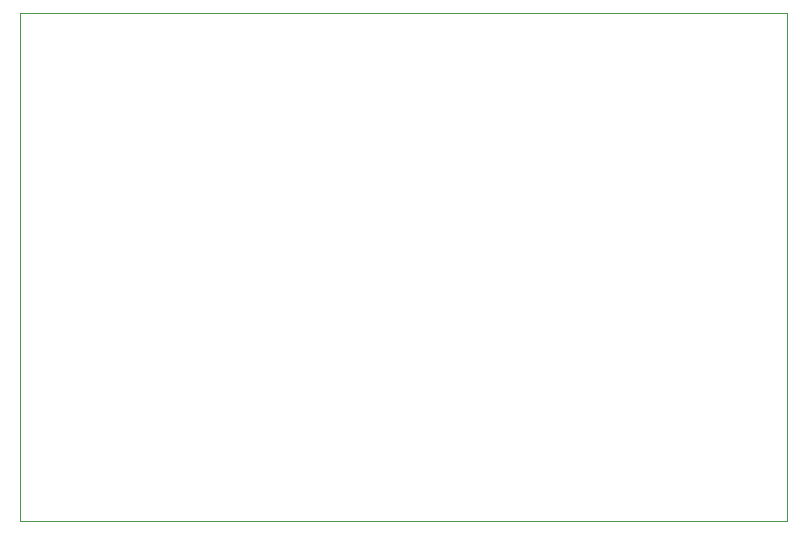
<source format=gbr>
G04 #@! TF.GenerationSoftware,KiCad,Pcbnew,(5.1.6)-1*
G04 #@! TF.CreationDate,2021-02-20T14:11:22-05:00*
G04 #@! TF.ProjectId,MacroKeyboard2,4d616372-6f4b-4657-9962-6f617264322e,rev?*
G04 #@! TF.SameCoordinates,Original*
G04 #@! TF.FileFunction,Profile,NP*
%FSLAX46Y46*%
G04 Gerber Fmt 4.6, Leading zero omitted, Abs format (unit mm)*
G04 Created by KiCad (PCBNEW (5.1.6)-1) date 2021-02-20 14:11:22*
%MOMM*%
%LPD*%
G01*
G04 APERTURE LIST*
G04 #@! TA.AperFunction,Profile*
%ADD10C,0.050000*%
G04 #@! TD*
G04 APERTURE END LIST*
D10*
X140000000Y-68000000D02*
X140000000Y-25000000D01*
X140000000Y-68000000D02*
X75000000Y-68000000D01*
X75000000Y-25000000D02*
X75000000Y-68000000D01*
X75000000Y-25000000D02*
X140000000Y-25000000D01*
M02*

</source>
